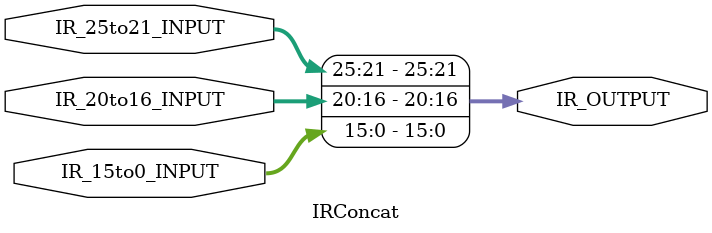
<source format=v>
module IRConcat (
	input wire[15:0] IR_15to0_INPUT,
	input wire[20:16] IR_20to16_INPUT,
	input wire[25:21] IR_25to21_INPUT,
	output reg[25:0] IR_OUTPUT
);

always @ (*)
	IR_OUTPUT <= { IR_25to21_INPUT, IR_20to16_INPUT, IR_15to0_INPUT };

endmodule 
</source>
